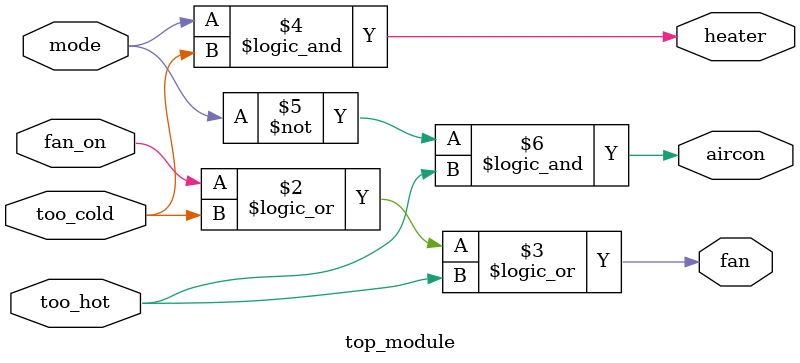
<source format=sv>
module top_module(
    input mode,
    input too_cold, 
    input too_hot,
    input fan_on,
    output reg heater,
    output reg aircon,
    output reg fan
);

    always @(*) begin
        // Determine the state of the fan
        fan = fan_on || too_cold || too_hot;

        // Determine the state of the heater
        heater = mode && too_cold;

        // Determine the state of the air conditioner
        aircon = ~mode && too_hot;
    end

endmodule

</source>
